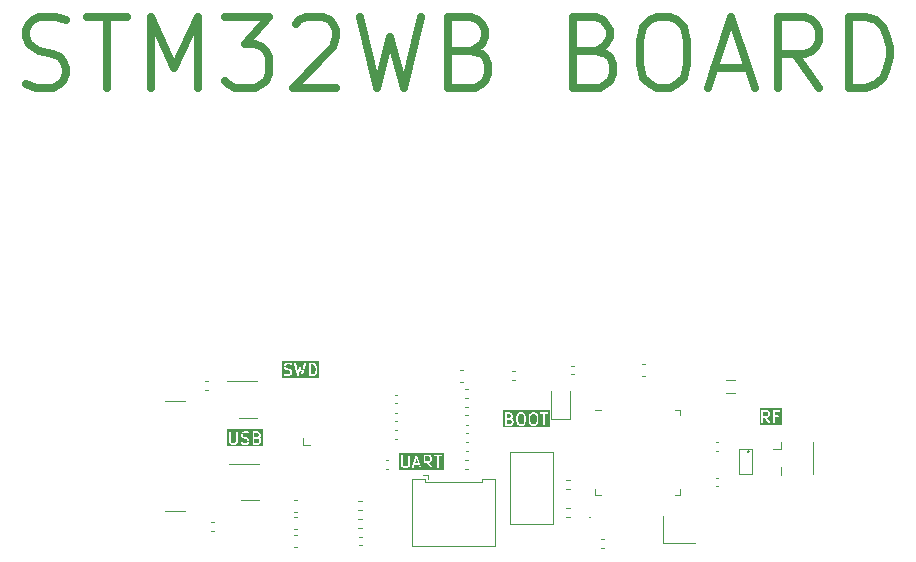
<source format=gbr>
%TF.GenerationSoftware,KiCad,Pcbnew,7.0.10*%
%TF.CreationDate,2024-02-24T19:37:40+01:00*%
%TF.ProjectId,STM32,53544d33-322e-46b6-9963-61645f706362,Rev01*%
%TF.SameCoordinates,Original*%
%TF.FileFunction,Legend,Top*%
%TF.FilePolarity,Positive*%
%FSLAX46Y46*%
G04 Gerber Fmt 4.6, Leading zero omitted, Abs format (unit mm)*
G04 Created by KiCad (PCBNEW 7.0.10) date 2024-02-24 19:37:40*
%MOMM*%
%LPD*%
G01*
G04 APERTURE LIST*
%ADD10C,0.150000*%
%ADD11C,0.700000*%
%ADD12C,0.120000*%
%ADD13C,0.100000*%
G04 APERTURE END LIST*
D10*
G36*
X130772455Y-57459180D02*
G01*
X130798949Y-57485674D01*
X130833207Y-57554190D01*
X130833207Y-57661637D01*
X130798948Y-57730153D01*
X130768541Y-57760561D01*
X130700026Y-57794819D01*
X130411779Y-57794819D01*
X130411779Y-57421009D01*
X130657942Y-57421009D01*
X130772455Y-57459180D01*
G37*
G36*
X130720923Y-56979077D02*
G01*
X130751330Y-57009484D01*
X130785588Y-57078000D01*
X130785588Y-57137828D01*
X130751330Y-57206344D01*
X130720923Y-57236751D01*
X130652407Y-57271009D01*
X130411779Y-57271009D01*
X130411779Y-56944819D01*
X130652407Y-56944819D01*
X130720923Y-56979077D01*
G37*
G36*
X131126064Y-58087676D02*
G01*
X128118922Y-58087676D01*
X128118922Y-57679342D01*
X128261779Y-57679342D01*
X128263312Y-57683555D01*
X128262271Y-57687916D01*
X128269697Y-57712883D01*
X128317316Y-57808121D01*
X128318504Y-57809246D01*
X128331364Y-57827612D01*
X128378983Y-57875232D01*
X128380464Y-57875922D01*
X128398476Y-57889282D01*
X128493714Y-57936901D01*
X128498167Y-57937413D01*
X128501603Y-57940296D01*
X128527255Y-57944819D01*
X128717731Y-57944819D01*
X128721944Y-57943285D01*
X128726305Y-57944327D01*
X128751272Y-57936901D01*
X128846510Y-57889282D01*
X128847634Y-57888094D01*
X128866003Y-57875232D01*
X128913621Y-57827613D01*
X128914311Y-57826131D01*
X128927670Y-57808121D01*
X128975289Y-57712883D01*
X128975801Y-57708429D01*
X128978684Y-57704994D01*
X128983207Y-57679342D01*
X128983207Y-57155533D01*
X129261779Y-57155533D01*
X129263312Y-57159746D01*
X129262271Y-57164107D01*
X129269697Y-57189074D01*
X129317316Y-57284312D01*
X129318505Y-57285437D01*
X129331365Y-57303804D01*
X129378984Y-57351423D01*
X129380465Y-57352114D01*
X129398476Y-57365472D01*
X129493714Y-57413091D01*
X129497242Y-57413497D01*
X129509065Y-57418770D01*
X129691555Y-57464392D01*
X129768542Y-57502886D01*
X129798949Y-57533293D01*
X129833207Y-57601809D01*
X129833207Y-57661637D01*
X129798948Y-57730153D01*
X129768541Y-57760561D01*
X129700026Y-57794819D01*
X129491806Y-57794819D01*
X129360496Y-57751049D01*
X129309212Y-57752450D01*
X129270827Y-57786487D01*
X129263302Y-57837236D01*
X129290157Y-57880948D01*
X129313062Y-57893351D01*
X129455918Y-57940970D01*
X129457553Y-57940925D01*
X129479636Y-57944819D01*
X129717731Y-57944819D01*
X129721944Y-57943285D01*
X129726305Y-57944327D01*
X129751272Y-57936901D01*
X129846510Y-57889282D01*
X129847634Y-57888094D01*
X129866003Y-57875232D01*
X129871416Y-57869819D01*
X130261779Y-57869819D01*
X130268442Y-57888127D01*
X130271827Y-57907319D01*
X130277011Y-57911669D01*
X130279326Y-57918028D01*
X130296199Y-57927770D01*
X130311127Y-57940296D01*
X130320869Y-57942013D01*
X130323755Y-57943680D01*
X130327037Y-57943101D01*
X130336779Y-57944819D01*
X130717731Y-57944819D01*
X130721944Y-57943285D01*
X130726305Y-57944327D01*
X130751272Y-57936901D01*
X130846510Y-57889282D01*
X130847634Y-57888094D01*
X130866003Y-57875232D01*
X130913621Y-57827613D01*
X130914311Y-57826131D01*
X130927670Y-57808121D01*
X130975289Y-57712883D01*
X130975801Y-57708429D01*
X130978684Y-57704994D01*
X130983207Y-57679342D01*
X130983207Y-57536485D01*
X130981673Y-57532271D01*
X130982715Y-57527910D01*
X130975289Y-57502944D01*
X130927670Y-57407706D01*
X130926480Y-57406580D01*
X130913621Y-57388214D01*
X130866002Y-57340595D01*
X130861938Y-57338700D01*
X130859591Y-57334879D01*
X130843590Y-57326215D01*
X130866002Y-57303804D01*
X130866693Y-57302322D01*
X130880051Y-57284312D01*
X130927670Y-57189074D01*
X130928182Y-57184620D01*
X130931065Y-57181185D01*
X130935588Y-57155533D01*
X130935588Y-57060295D01*
X130934054Y-57056081D01*
X130935096Y-57051720D01*
X130927670Y-57026754D01*
X130880051Y-56931516D01*
X130878861Y-56930390D01*
X130866002Y-56912024D01*
X130818383Y-56864405D01*
X130816901Y-56863714D01*
X130798891Y-56850356D01*
X130703653Y-56802737D01*
X130699199Y-56802224D01*
X130695764Y-56799342D01*
X130670112Y-56794819D01*
X130336779Y-56794819D01*
X130318470Y-56801482D01*
X130299279Y-56804867D01*
X130294928Y-56810051D01*
X130288570Y-56812366D01*
X130278827Y-56829239D01*
X130266302Y-56844167D01*
X130264584Y-56853909D01*
X130262918Y-56856795D01*
X130263496Y-56860077D01*
X130261779Y-56869819D01*
X130261779Y-57869819D01*
X129871416Y-57869819D01*
X129913621Y-57827613D01*
X129914311Y-57826131D01*
X129927670Y-57808121D01*
X129975289Y-57712883D01*
X129975801Y-57708429D01*
X129978684Y-57704994D01*
X129983207Y-57679342D01*
X129983207Y-57584104D01*
X129981673Y-57579890D01*
X129982715Y-57575529D01*
X129975289Y-57550563D01*
X129927670Y-57455325D01*
X129926480Y-57454199D01*
X129913621Y-57435833D01*
X129866002Y-57388214D01*
X129864520Y-57387523D01*
X129846510Y-57374165D01*
X129751272Y-57326546D01*
X129747743Y-57326139D01*
X129735921Y-57320867D01*
X129553431Y-57275244D01*
X129476444Y-57236751D01*
X129446037Y-57206344D01*
X129411779Y-57137828D01*
X129411779Y-57078000D01*
X129446037Y-57009484D01*
X129476444Y-56979077D01*
X129544960Y-56944819D01*
X129753180Y-56944819D01*
X129884489Y-56988589D01*
X129935773Y-56987188D01*
X129974159Y-56953150D01*
X129981684Y-56902402D01*
X129954829Y-56858689D01*
X129931924Y-56846287D01*
X129789067Y-56798668D01*
X129787432Y-56798712D01*
X129765350Y-56794819D01*
X129527255Y-56794819D01*
X129523041Y-56796352D01*
X129518680Y-56795311D01*
X129493714Y-56802737D01*
X129398476Y-56850356D01*
X129397350Y-56851545D01*
X129378984Y-56864405D01*
X129331365Y-56912024D01*
X129330674Y-56913505D01*
X129317316Y-56931516D01*
X129269697Y-57026754D01*
X129269184Y-57031207D01*
X129266302Y-57034643D01*
X129261779Y-57060295D01*
X129261779Y-57155533D01*
X128983207Y-57155533D01*
X128983207Y-56869819D01*
X128965660Y-56821610D01*
X128921231Y-56795958D01*
X128870707Y-56804867D01*
X128837730Y-56844167D01*
X128833207Y-56869819D01*
X128833207Y-57661637D01*
X128798948Y-57730153D01*
X128768541Y-57760561D01*
X128700026Y-57794819D01*
X128544960Y-57794819D01*
X128476444Y-57760561D01*
X128446037Y-57730153D01*
X128411779Y-57661637D01*
X128411779Y-56869819D01*
X128394232Y-56821610D01*
X128349803Y-56795958D01*
X128299279Y-56804867D01*
X128266302Y-56844167D01*
X128261779Y-56869819D01*
X128261779Y-57679342D01*
X128118922Y-57679342D01*
X128118922Y-56651962D01*
X131126064Y-56651962D01*
X131126064Y-58087676D01*
G37*
G36*
X135439562Y-51175883D02*
G01*
X135513675Y-51249996D01*
X135552168Y-51326983D01*
X135595552Y-51500517D01*
X135595552Y-51624906D01*
X135552168Y-51798440D01*
X135513674Y-51875427D01*
X135439562Y-51949540D01*
X135325049Y-51987712D01*
X135174124Y-51987712D01*
X135174124Y-51137712D01*
X135325049Y-51137712D01*
X135439562Y-51175883D01*
G37*
G36*
X135888409Y-52280569D02*
G01*
X132738410Y-52280569D01*
X132738410Y-51348426D01*
X132881267Y-51348426D01*
X132882800Y-51352639D01*
X132881759Y-51357000D01*
X132889185Y-51381967D01*
X132936804Y-51477205D01*
X132937993Y-51478330D01*
X132950853Y-51496697D01*
X132998472Y-51544316D01*
X132999953Y-51545007D01*
X133017964Y-51558365D01*
X133113202Y-51605984D01*
X133116730Y-51606390D01*
X133128553Y-51611663D01*
X133311043Y-51657285D01*
X133388030Y-51695779D01*
X133418437Y-51726186D01*
X133452695Y-51794702D01*
X133452695Y-51854530D01*
X133418436Y-51923046D01*
X133388029Y-51953454D01*
X133319514Y-51987712D01*
X133111294Y-51987712D01*
X132979984Y-51943942D01*
X132928700Y-51945343D01*
X132890315Y-51979380D01*
X132882790Y-52030129D01*
X132909645Y-52073841D01*
X132932550Y-52086244D01*
X133075406Y-52133863D01*
X133077041Y-52133818D01*
X133099124Y-52137712D01*
X133337219Y-52137712D01*
X133341432Y-52136178D01*
X133345793Y-52137220D01*
X133370760Y-52129794D01*
X133465998Y-52082175D01*
X133467122Y-52080987D01*
X133485491Y-52068125D01*
X133533109Y-52020506D01*
X133533799Y-52019024D01*
X133547158Y-52001014D01*
X133594777Y-51905776D01*
X133595289Y-51901322D01*
X133598172Y-51897887D01*
X133602695Y-51872235D01*
X133602695Y-51776997D01*
X133601161Y-51772783D01*
X133602203Y-51768422D01*
X133594777Y-51743456D01*
X133547158Y-51648218D01*
X133545968Y-51647092D01*
X133533109Y-51628726D01*
X133485490Y-51581107D01*
X133484008Y-51580416D01*
X133465998Y-51567058D01*
X133370760Y-51519439D01*
X133367231Y-51519032D01*
X133355409Y-51513760D01*
X133172919Y-51468137D01*
X133095932Y-51429644D01*
X133065525Y-51399237D01*
X133031267Y-51330721D01*
X133031267Y-51270893D01*
X133065525Y-51202377D01*
X133095932Y-51171970D01*
X133164448Y-51137712D01*
X133372668Y-51137712D01*
X133503977Y-51181482D01*
X133555261Y-51180081D01*
X133593647Y-51146043D01*
X133601172Y-51095295D01*
X133575852Y-51054081D01*
X133786527Y-51054081D01*
X133788069Y-51080084D01*
X134026164Y-52080084D01*
X134030493Y-52086652D01*
X134031189Y-52094490D01*
X134044249Y-52107519D01*
X134054400Y-52122917D01*
X134061938Y-52125165D01*
X134067509Y-52130723D01*
X134085885Y-52132308D01*
X134103562Y-52137581D01*
X134110784Y-52134456D01*
X134118622Y-52135133D01*
X134133718Y-52124535D01*
X134150648Y-52117212D01*
X134154171Y-52110177D01*
X134160612Y-52105657D01*
X134171592Y-52082037D01*
X134289599Y-51639506D01*
X134407608Y-52082037D01*
X134412113Y-52088488D01*
X134413019Y-52096303D01*
X134426424Y-52108976D01*
X134436985Y-52124097D01*
X134444579Y-52126141D01*
X134450298Y-52131548D01*
X134468711Y-52132639D01*
X134486523Y-52137435D01*
X134493659Y-52134117D01*
X134501512Y-52134583D01*
X134516315Y-52123586D01*
X134533046Y-52115809D01*
X134536380Y-52108680D01*
X134542695Y-52103990D01*
X134553036Y-52080084D01*
X134557172Y-52062712D01*
X135024124Y-52062712D01*
X135030787Y-52081020D01*
X135034172Y-52100212D01*
X135039356Y-52104562D01*
X135041671Y-52110921D01*
X135058544Y-52120663D01*
X135073472Y-52133189D01*
X135083214Y-52134906D01*
X135086100Y-52136573D01*
X135089382Y-52135994D01*
X135099124Y-52137712D01*
X135337219Y-52137712D01*
X135338757Y-52137151D01*
X135360936Y-52133863D01*
X135503793Y-52086244D01*
X135507305Y-52083456D01*
X135511772Y-52083066D01*
X135533109Y-52068126D01*
X135628348Y-51972886D01*
X135629039Y-51971403D01*
X135642396Y-51953395D01*
X135690015Y-51858157D01*
X135690421Y-51854628D01*
X135695694Y-51842806D01*
X135743313Y-51652330D01*
X135742952Y-51648881D01*
X135745552Y-51634140D01*
X135745552Y-51491283D01*
X135744366Y-51488025D01*
X135743313Y-51473093D01*
X135695694Y-51282617D01*
X135693705Y-51279672D01*
X135690015Y-51267266D01*
X135642396Y-51172028D01*
X135641209Y-51170904D01*
X135628347Y-51152536D01*
X135533109Y-51057298D01*
X135529045Y-51055403D01*
X135526698Y-51051582D01*
X135503793Y-51039180D01*
X135360936Y-50991561D01*
X135359301Y-50991605D01*
X135337219Y-50987712D01*
X135099124Y-50987712D01*
X135080815Y-50994375D01*
X135061624Y-50997760D01*
X135057273Y-51002944D01*
X135050915Y-51005259D01*
X135041172Y-51022132D01*
X135028647Y-51037060D01*
X135026929Y-51046802D01*
X135025263Y-51049688D01*
X135025841Y-51052970D01*
X135024124Y-51062712D01*
X135024124Y-52062712D01*
X134557172Y-52062712D01*
X134791132Y-51080084D01*
X134785229Y-51029121D01*
X134747950Y-50993876D01*
X134696736Y-50990841D01*
X134655553Y-51021434D01*
X134645212Y-51045341D01*
X134475959Y-51756196D01*
X134362068Y-51329101D01*
X134358140Y-51323478D01*
X134357535Y-51316648D01*
X134343797Y-51302942D01*
X134332691Y-51287041D01*
X134326072Y-51285258D01*
X134321216Y-51280414D01*
X134301882Y-51278745D01*
X134283153Y-51273703D01*
X134276934Y-51276593D01*
X134270102Y-51276004D01*
X134254222Y-51287151D01*
X134236631Y-51295329D01*
X134233725Y-51301540D01*
X134228112Y-51305481D01*
X134217132Y-51329101D01*
X134103240Y-51756196D01*
X133933989Y-51045340D01*
X133905753Y-51002507D01*
X133856591Y-50987843D01*
X133809505Y-51008212D01*
X133786527Y-51054081D01*
X133575852Y-51054081D01*
X133574317Y-51051582D01*
X133551412Y-51039180D01*
X133408555Y-50991561D01*
X133406920Y-50991605D01*
X133384838Y-50987712D01*
X133146743Y-50987712D01*
X133142529Y-50989245D01*
X133138168Y-50988204D01*
X133113202Y-50995630D01*
X133017964Y-51043249D01*
X133016838Y-51044438D01*
X132998472Y-51057298D01*
X132950853Y-51104917D01*
X132950162Y-51106398D01*
X132936804Y-51124409D01*
X132889185Y-51219647D01*
X132888672Y-51224100D01*
X132885790Y-51227536D01*
X132881267Y-51253188D01*
X132881267Y-51348426D01*
X132738410Y-51348426D01*
X132738410Y-50844855D01*
X135888409Y-50844855D01*
X135888409Y-52280569D01*
G37*
G36*
X144276019Y-59501997D02*
G01*
X144007943Y-59501997D01*
X144141981Y-59099882D01*
X144276019Y-59501997D01*
G37*
G36*
X145240411Y-58971970D02*
G01*
X145270818Y-59002377D01*
X145305076Y-59070893D01*
X145305076Y-59178340D01*
X145270818Y-59246856D01*
X145240411Y-59277263D01*
X145171895Y-59311521D01*
X144883648Y-59311521D01*
X144883648Y-58937712D01*
X145171895Y-58937712D01*
X145240411Y-58971970D01*
G37*
G36*
X146453937Y-60080569D02*
G01*
X142686029Y-60080569D01*
X142686029Y-59672235D01*
X142828886Y-59672235D01*
X142830419Y-59676448D01*
X142829378Y-59680809D01*
X142836804Y-59705776D01*
X142884423Y-59801014D01*
X142885611Y-59802139D01*
X142898471Y-59820505D01*
X142946090Y-59868125D01*
X142947571Y-59868815D01*
X142965583Y-59882175D01*
X143060821Y-59929794D01*
X143065274Y-59930306D01*
X143068710Y-59933189D01*
X143094362Y-59937712D01*
X143284838Y-59937712D01*
X143289051Y-59936178D01*
X143293412Y-59937220D01*
X143318379Y-59929794D01*
X143413617Y-59882175D01*
X143414741Y-59880987D01*
X143433110Y-59868125D01*
X143462239Y-59838995D01*
X143737497Y-59838995D01*
X143738898Y-59890279D01*
X143772935Y-59928664D01*
X143823684Y-59936189D01*
X143867396Y-59909334D01*
X143879799Y-59886429D01*
X143957943Y-59651997D01*
X144326019Y-59651997D01*
X144404163Y-59886429D01*
X144436054Y-59926615D01*
X144486315Y-59936901D01*
X144531429Y-59912472D01*
X144550286Y-59864760D01*
X144549982Y-59862712D01*
X144733648Y-59862712D01*
X144751195Y-59910921D01*
X144795624Y-59936573D01*
X144846148Y-59927664D01*
X144879125Y-59888364D01*
X144883648Y-59862712D01*
X144883648Y-59461521D01*
X145007694Y-59461521D01*
X145318634Y-59905722D01*
X145360655Y-59935154D01*
X145411763Y-59930690D01*
X145448045Y-59894418D01*
X145452524Y-59843311D01*
X145441519Y-59819703D01*
X145190549Y-59461175D01*
X145193813Y-59459987D01*
X145198174Y-59461029D01*
X145223141Y-59453603D01*
X145318379Y-59405984D01*
X145319504Y-59404794D01*
X145337871Y-59391935D01*
X145385490Y-59344316D01*
X145386181Y-59342834D01*
X145399539Y-59324824D01*
X145447158Y-59229586D01*
X145447670Y-59225132D01*
X145450553Y-59221697D01*
X145455076Y-59196045D01*
X145455076Y-59053188D01*
X145453542Y-59048974D01*
X145454584Y-59044613D01*
X145447158Y-59019647D01*
X145399539Y-58924409D01*
X145398349Y-58923283D01*
X145385490Y-58904917D01*
X145337871Y-58857298D01*
X145336389Y-58856607D01*
X145327060Y-58849688D01*
X145591930Y-58849688D01*
X145600839Y-58900212D01*
X145640139Y-58933189D01*
X145665791Y-58937712D01*
X145876505Y-58937712D01*
X145876505Y-59862712D01*
X145894052Y-59910921D01*
X145938481Y-59936573D01*
X145989005Y-59927664D01*
X146021982Y-59888364D01*
X146026505Y-59862712D01*
X146026505Y-58937712D01*
X146237219Y-58937712D01*
X146285428Y-58920165D01*
X146311080Y-58875736D01*
X146302171Y-58825212D01*
X146262871Y-58792235D01*
X146237219Y-58787712D01*
X145665791Y-58787712D01*
X145617582Y-58805259D01*
X145591930Y-58849688D01*
X145327060Y-58849688D01*
X145318379Y-58843249D01*
X145223141Y-58795630D01*
X145218687Y-58795117D01*
X145215252Y-58792235D01*
X145189600Y-58787712D01*
X144808648Y-58787712D01*
X144790339Y-58794375D01*
X144771148Y-58797760D01*
X144766797Y-58802944D01*
X144760439Y-58805259D01*
X144750696Y-58822132D01*
X144738171Y-58837060D01*
X144736453Y-58846802D01*
X144734787Y-58849688D01*
X144735365Y-58852970D01*
X144733648Y-58862712D01*
X144733648Y-59862712D01*
X144549982Y-59862712D01*
X144546465Y-59838995D01*
X144213132Y-58838995D01*
X144211789Y-58837303D01*
X144211731Y-58835146D01*
X144195989Y-58817393D01*
X144181241Y-58798809D01*
X144179126Y-58798376D01*
X144177693Y-58796760D01*
X144154224Y-58793280D01*
X144130980Y-58788523D01*
X144129080Y-58789551D01*
X144126945Y-58789235D01*
X144106727Y-58801655D01*
X144085866Y-58812952D01*
X144085072Y-58814959D01*
X144083232Y-58816090D01*
X144070830Y-58838995D01*
X143737497Y-59838995D01*
X143462239Y-59838995D01*
X143480728Y-59820506D01*
X143481418Y-59819024D01*
X143494777Y-59801014D01*
X143542396Y-59705776D01*
X143542908Y-59701322D01*
X143545791Y-59697887D01*
X143550314Y-59672235D01*
X143550314Y-58862712D01*
X143532767Y-58814503D01*
X143488338Y-58788851D01*
X143437814Y-58797760D01*
X143404837Y-58837060D01*
X143400314Y-58862712D01*
X143400314Y-59654530D01*
X143366055Y-59723046D01*
X143335648Y-59753454D01*
X143267133Y-59787712D01*
X143112067Y-59787712D01*
X143043551Y-59753454D01*
X143013144Y-59723046D01*
X142978886Y-59654530D01*
X142978886Y-58862712D01*
X142961339Y-58814503D01*
X142916910Y-58788851D01*
X142866386Y-58797760D01*
X142833409Y-58837060D01*
X142828886Y-58862712D01*
X142828886Y-59672235D01*
X142686029Y-59672235D01*
X142686029Y-58644855D01*
X146453937Y-58644855D01*
X146453937Y-60080569D01*
G37*
G36*
X152139562Y-55852073D02*
G01*
X152166056Y-55878567D01*
X152200314Y-55947083D01*
X152200314Y-56054530D01*
X152166055Y-56123046D01*
X152135648Y-56153454D01*
X152067133Y-56187712D01*
X151778886Y-56187712D01*
X151778886Y-55813902D01*
X152025049Y-55813902D01*
X152139562Y-55852073D01*
G37*
G36*
X152088030Y-55371970D02*
G01*
X152118437Y-55402377D01*
X152152695Y-55470893D01*
X152152695Y-55530721D01*
X152118437Y-55599237D01*
X152088030Y-55629644D01*
X152019514Y-55663902D01*
X151778886Y-55663902D01*
X151778886Y-55337712D01*
X152019514Y-55337712D01*
X152088030Y-55371970D01*
G37*
G36*
X153135649Y-55371970D02*
G01*
X153207591Y-55443912D01*
X153247933Y-55605279D01*
X153247933Y-55920144D01*
X153207591Y-56081510D01*
X153135648Y-56153454D01*
X153067133Y-56187712D01*
X152912067Y-56187712D01*
X152843551Y-56153454D01*
X152771608Y-56081510D01*
X152731267Y-55920144D01*
X152731267Y-55605279D01*
X152771608Y-55443912D01*
X152843551Y-55371970D01*
X152912067Y-55337712D01*
X153067133Y-55337712D01*
X153135649Y-55371970D01*
G37*
G36*
X154183268Y-55371970D02*
G01*
X154255210Y-55443912D01*
X154295552Y-55605279D01*
X154295552Y-55920144D01*
X154255210Y-56081510D01*
X154183267Y-56153454D01*
X154114752Y-56187712D01*
X153959686Y-56187712D01*
X153891170Y-56153454D01*
X153819227Y-56081510D01*
X153778886Y-55920144D01*
X153778886Y-55605279D01*
X153819227Y-55443912D01*
X153891170Y-55371970D01*
X153959686Y-55337712D01*
X154114752Y-55337712D01*
X154183268Y-55371970D01*
G37*
G36*
X155444413Y-56480569D02*
G01*
X151486029Y-56480569D01*
X151486029Y-56262712D01*
X151628886Y-56262712D01*
X151635549Y-56281020D01*
X151638934Y-56300212D01*
X151644118Y-56304562D01*
X151646433Y-56310921D01*
X151663306Y-56320663D01*
X151678234Y-56333189D01*
X151687976Y-56334906D01*
X151690862Y-56336573D01*
X151694144Y-56335994D01*
X151703886Y-56337712D01*
X152084838Y-56337712D01*
X152089051Y-56336178D01*
X152093412Y-56337220D01*
X152118379Y-56329794D01*
X152213617Y-56282175D01*
X152214741Y-56280987D01*
X152233110Y-56268125D01*
X152280728Y-56220506D01*
X152281418Y-56219024D01*
X152294777Y-56201014D01*
X152342396Y-56105776D01*
X152342908Y-56101322D01*
X152345791Y-56097887D01*
X152350314Y-56072235D01*
X152350314Y-55929378D01*
X152581267Y-55929378D01*
X152582452Y-55932635D01*
X152583506Y-55947568D01*
X152631125Y-56138044D01*
X152635267Y-56144176D01*
X152635912Y-56151550D01*
X152650853Y-56172887D01*
X152746091Y-56268126D01*
X152747573Y-56268817D01*
X152765583Y-56282175D01*
X152860821Y-56329794D01*
X152865274Y-56330306D01*
X152868710Y-56333189D01*
X152894362Y-56337712D01*
X153084838Y-56337712D01*
X153089051Y-56336178D01*
X153093412Y-56337220D01*
X153118379Y-56329794D01*
X153213617Y-56282175D01*
X153214742Y-56280985D01*
X153233109Y-56268126D01*
X153328348Y-56172886D01*
X153331475Y-56166178D01*
X153337465Y-56161833D01*
X153348075Y-56138044D01*
X153395694Y-55947568D01*
X153395333Y-55944119D01*
X153397933Y-55929378D01*
X153628886Y-55929378D01*
X153630071Y-55932635D01*
X153631125Y-55947568D01*
X153678744Y-56138044D01*
X153682886Y-56144176D01*
X153683531Y-56151550D01*
X153698472Y-56172887D01*
X153793710Y-56268126D01*
X153795192Y-56268817D01*
X153813202Y-56282175D01*
X153908440Y-56329794D01*
X153912893Y-56330306D01*
X153916329Y-56333189D01*
X153941981Y-56337712D01*
X154132457Y-56337712D01*
X154136670Y-56336178D01*
X154141031Y-56337220D01*
X154165998Y-56329794D01*
X154261236Y-56282175D01*
X154262361Y-56280985D01*
X154280728Y-56268126D01*
X154375967Y-56172886D01*
X154379094Y-56166178D01*
X154385084Y-56161833D01*
X154395694Y-56138044D01*
X154443313Y-55947568D01*
X154442952Y-55944119D01*
X154445552Y-55929378D01*
X154445552Y-55596045D01*
X154444366Y-55592787D01*
X154443313Y-55577855D01*
X154395694Y-55387379D01*
X154391552Y-55381246D01*
X154390907Y-55373873D01*
X154375966Y-55352536D01*
X154280728Y-55257298D01*
X154279246Y-55256607D01*
X154269917Y-55249688D01*
X154582406Y-55249688D01*
X154591315Y-55300212D01*
X154630615Y-55333189D01*
X154656267Y-55337712D01*
X154866981Y-55337712D01*
X154866981Y-56262712D01*
X154884528Y-56310921D01*
X154928957Y-56336573D01*
X154979481Y-56327664D01*
X155012458Y-56288364D01*
X155016981Y-56262712D01*
X155016981Y-55337712D01*
X155227695Y-55337712D01*
X155275904Y-55320165D01*
X155301556Y-55275736D01*
X155292647Y-55225212D01*
X155253347Y-55192235D01*
X155227695Y-55187712D01*
X154656267Y-55187712D01*
X154608058Y-55205259D01*
X154582406Y-55249688D01*
X154269917Y-55249688D01*
X154261236Y-55243249D01*
X154165998Y-55195630D01*
X154161544Y-55195117D01*
X154158109Y-55192235D01*
X154132457Y-55187712D01*
X153941981Y-55187712D01*
X153937767Y-55189245D01*
X153933406Y-55188204D01*
X153908440Y-55195630D01*
X153813202Y-55243249D01*
X153812078Y-55244435D01*
X153793710Y-55257298D01*
X153698472Y-55352536D01*
X153695344Y-55359243D01*
X153689354Y-55363590D01*
X153678744Y-55387379D01*
X153631125Y-55577855D01*
X153631485Y-55581303D01*
X153628886Y-55596045D01*
X153628886Y-55929378D01*
X153397933Y-55929378D01*
X153397933Y-55596045D01*
X153396747Y-55592787D01*
X153395694Y-55577855D01*
X153348075Y-55387379D01*
X153343933Y-55381246D01*
X153343288Y-55373873D01*
X153328347Y-55352536D01*
X153233109Y-55257298D01*
X153231627Y-55256607D01*
X153213617Y-55243249D01*
X153118379Y-55195630D01*
X153113925Y-55195117D01*
X153110490Y-55192235D01*
X153084838Y-55187712D01*
X152894362Y-55187712D01*
X152890148Y-55189245D01*
X152885787Y-55188204D01*
X152860821Y-55195630D01*
X152765583Y-55243249D01*
X152764459Y-55244435D01*
X152746091Y-55257298D01*
X152650853Y-55352536D01*
X152647725Y-55359243D01*
X152641735Y-55363590D01*
X152631125Y-55387379D01*
X152583506Y-55577855D01*
X152583866Y-55581303D01*
X152581267Y-55596045D01*
X152581267Y-55929378D01*
X152350314Y-55929378D01*
X152348780Y-55925164D01*
X152349822Y-55920803D01*
X152342396Y-55895837D01*
X152294777Y-55800599D01*
X152293587Y-55799473D01*
X152280728Y-55781107D01*
X152233109Y-55733488D01*
X152229045Y-55731593D01*
X152226698Y-55727772D01*
X152210697Y-55719108D01*
X152233109Y-55696697D01*
X152233800Y-55695215D01*
X152247158Y-55677205D01*
X152294777Y-55581967D01*
X152295289Y-55577513D01*
X152298172Y-55574078D01*
X152302695Y-55548426D01*
X152302695Y-55453188D01*
X152301161Y-55448974D01*
X152302203Y-55444613D01*
X152294777Y-55419647D01*
X152247158Y-55324409D01*
X152245968Y-55323283D01*
X152233109Y-55304917D01*
X152185490Y-55257298D01*
X152184008Y-55256607D01*
X152165998Y-55243249D01*
X152070760Y-55195630D01*
X152066306Y-55195117D01*
X152062871Y-55192235D01*
X152037219Y-55187712D01*
X151703886Y-55187712D01*
X151685577Y-55194375D01*
X151666386Y-55197760D01*
X151662035Y-55202944D01*
X151655677Y-55205259D01*
X151645934Y-55222132D01*
X151633409Y-55237060D01*
X151631691Y-55246802D01*
X151630025Y-55249688D01*
X151630603Y-55252970D01*
X151628886Y-55262712D01*
X151628886Y-56262712D01*
X151486029Y-56262712D01*
X151486029Y-55044855D01*
X155444413Y-55044855D01*
X155444413Y-56480569D01*
G37*
G36*
X173835649Y-55171970D02*
G01*
X173866056Y-55202377D01*
X173900314Y-55270893D01*
X173900314Y-55378340D01*
X173866056Y-55446856D01*
X173835649Y-55477263D01*
X173767133Y-55511521D01*
X173478886Y-55511521D01*
X173478886Y-55137712D01*
X173767133Y-55137712D01*
X173835649Y-55171970D01*
G37*
G36*
X175096794Y-56279430D02*
G01*
X173186029Y-56279430D01*
X173186029Y-56062712D01*
X173328886Y-56062712D01*
X173346433Y-56110921D01*
X173390862Y-56136573D01*
X173441386Y-56127664D01*
X173474363Y-56088364D01*
X173478886Y-56062712D01*
X173478886Y-55661521D01*
X173602932Y-55661521D01*
X173913872Y-56105722D01*
X173955893Y-56135154D01*
X174007001Y-56130690D01*
X174043283Y-56094418D01*
X174046062Y-56062712D01*
X174328886Y-56062712D01*
X174346433Y-56110921D01*
X174390862Y-56136573D01*
X174441386Y-56127664D01*
X174474363Y-56088364D01*
X174478886Y-56062712D01*
X174478886Y-55613902D01*
X174737219Y-55613902D01*
X174785428Y-55596355D01*
X174811080Y-55551926D01*
X174802171Y-55501402D01*
X174762871Y-55468425D01*
X174737219Y-55463902D01*
X174478886Y-55463902D01*
X174478886Y-55137712D01*
X174880076Y-55137712D01*
X174928285Y-55120165D01*
X174953937Y-55075736D01*
X174945028Y-55025212D01*
X174905728Y-54992235D01*
X174880076Y-54987712D01*
X174403886Y-54987712D01*
X174385577Y-54994375D01*
X174366386Y-54997760D01*
X174362035Y-55002944D01*
X174355677Y-55005259D01*
X174345934Y-55022132D01*
X174333409Y-55037060D01*
X174331691Y-55046802D01*
X174330025Y-55049688D01*
X174330603Y-55052970D01*
X174328886Y-55062712D01*
X174328886Y-56062712D01*
X174046062Y-56062712D01*
X174047762Y-56043311D01*
X174036757Y-56019703D01*
X173785787Y-55661175D01*
X173789051Y-55659987D01*
X173793412Y-55661029D01*
X173818379Y-55653603D01*
X173913617Y-55605984D01*
X173914742Y-55604794D01*
X173933109Y-55591935D01*
X173980728Y-55544316D01*
X173981419Y-55542834D01*
X173994777Y-55524824D01*
X174042396Y-55429586D01*
X174042908Y-55425132D01*
X174045791Y-55421697D01*
X174050314Y-55396045D01*
X174050314Y-55253188D01*
X174048780Y-55248974D01*
X174049822Y-55244613D01*
X174042396Y-55219647D01*
X173994777Y-55124409D01*
X173993587Y-55123283D01*
X173980728Y-55104917D01*
X173933109Y-55057298D01*
X173931627Y-55056607D01*
X173913617Y-55043249D01*
X173818379Y-54995630D01*
X173813925Y-54995117D01*
X173810490Y-54992235D01*
X173784838Y-54987712D01*
X173403886Y-54987712D01*
X173385577Y-54994375D01*
X173366386Y-54997760D01*
X173362035Y-55002944D01*
X173355677Y-55005259D01*
X173345934Y-55022132D01*
X173333409Y-55037060D01*
X173331691Y-55046802D01*
X173330025Y-55049688D01*
X173330603Y-55052970D01*
X173328886Y-55062712D01*
X173328886Y-56062712D01*
X173186029Y-56062712D01*
X173186029Y-54844855D01*
X175096794Y-54844855D01*
X175096794Y-56279430D01*
G37*
D11*
X111063383Y-27443600D02*
X111920526Y-27729314D01*
X111920526Y-27729314D02*
X113349097Y-27729314D01*
X113349097Y-27729314D02*
X113920526Y-27443600D01*
X113920526Y-27443600D02*
X114206240Y-27157885D01*
X114206240Y-27157885D02*
X114491954Y-26586457D01*
X114491954Y-26586457D02*
X114491954Y-26015028D01*
X114491954Y-26015028D02*
X114206240Y-25443600D01*
X114206240Y-25443600D02*
X113920526Y-25157885D01*
X113920526Y-25157885D02*
X113349097Y-24872171D01*
X113349097Y-24872171D02*
X112206240Y-24586457D01*
X112206240Y-24586457D02*
X111634811Y-24300742D01*
X111634811Y-24300742D02*
X111349097Y-24015028D01*
X111349097Y-24015028D02*
X111063383Y-23443600D01*
X111063383Y-23443600D02*
X111063383Y-22872171D01*
X111063383Y-22872171D02*
X111349097Y-22300742D01*
X111349097Y-22300742D02*
X111634811Y-22015028D01*
X111634811Y-22015028D02*
X112206240Y-21729314D01*
X112206240Y-21729314D02*
X113634811Y-21729314D01*
X113634811Y-21729314D02*
X114491954Y-22015028D01*
X116206240Y-21729314D02*
X119634812Y-21729314D01*
X117920526Y-27729314D02*
X117920526Y-21729314D01*
X121634812Y-27729314D02*
X121634812Y-21729314D01*
X121634812Y-21729314D02*
X123634812Y-26015028D01*
X123634812Y-26015028D02*
X125634812Y-21729314D01*
X125634812Y-21729314D02*
X125634812Y-27729314D01*
X127920526Y-21729314D02*
X131634812Y-21729314D01*
X131634812Y-21729314D02*
X129634812Y-24015028D01*
X129634812Y-24015028D02*
X130491955Y-24015028D01*
X130491955Y-24015028D02*
X131063384Y-24300742D01*
X131063384Y-24300742D02*
X131349098Y-24586457D01*
X131349098Y-24586457D02*
X131634812Y-25157885D01*
X131634812Y-25157885D02*
X131634812Y-26586457D01*
X131634812Y-26586457D02*
X131349098Y-27157885D01*
X131349098Y-27157885D02*
X131063384Y-27443600D01*
X131063384Y-27443600D02*
X130491955Y-27729314D01*
X130491955Y-27729314D02*
X128777669Y-27729314D01*
X128777669Y-27729314D02*
X128206241Y-27443600D01*
X128206241Y-27443600D02*
X127920526Y-27157885D01*
X133920527Y-22300742D02*
X134206241Y-22015028D01*
X134206241Y-22015028D02*
X134777670Y-21729314D01*
X134777670Y-21729314D02*
X136206241Y-21729314D01*
X136206241Y-21729314D02*
X136777670Y-22015028D01*
X136777670Y-22015028D02*
X137063384Y-22300742D01*
X137063384Y-22300742D02*
X137349098Y-22872171D01*
X137349098Y-22872171D02*
X137349098Y-23443600D01*
X137349098Y-23443600D02*
X137063384Y-24300742D01*
X137063384Y-24300742D02*
X133634812Y-27729314D01*
X133634812Y-27729314D02*
X137349098Y-27729314D01*
X139349098Y-21729314D02*
X140777670Y-27729314D01*
X140777670Y-27729314D02*
X141920527Y-23443600D01*
X141920527Y-23443600D02*
X143063384Y-27729314D01*
X143063384Y-27729314D02*
X144491956Y-21729314D01*
X148777670Y-24586457D02*
X149634813Y-24872171D01*
X149634813Y-24872171D02*
X149920527Y-25157885D01*
X149920527Y-25157885D02*
X150206241Y-25729314D01*
X150206241Y-25729314D02*
X150206241Y-26586457D01*
X150206241Y-26586457D02*
X149920527Y-27157885D01*
X149920527Y-27157885D02*
X149634813Y-27443600D01*
X149634813Y-27443600D02*
X149063384Y-27729314D01*
X149063384Y-27729314D02*
X146777670Y-27729314D01*
X146777670Y-27729314D02*
X146777670Y-21729314D01*
X146777670Y-21729314D02*
X148777670Y-21729314D01*
X148777670Y-21729314D02*
X149349099Y-22015028D01*
X149349099Y-22015028D02*
X149634813Y-22300742D01*
X149634813Y-22300742D02*
X149920527Y-22872171D01*
X149920527Y-22872171D02*
X149920527Y-23443600D01*
X149920527Y-23443600D02*
X149634813Y-24015028D01*
X149634813Y-24015028D02*
X149349099Y-24300742D01*
X149349099Y-24300742D02*
X148777670Y-24586457D01*
X148777670Y-24586457D02*
X146777670Y-24586457D01*
X159349099Y-24586457D02*
X160206242Y-24872171D01*
X160206242Y-24872171D02*
X160491956Y-25157885D01*
X160491956Y-25157885D02*
X160777670Y-25729314D01*
X160777670Y-25729314D02*
X160777670Y-26586457D01*
X160777670Y-26586457D02*
X160491956Y-27157885D01*
X160491956Y-27157885D02*
X160206242Y-27443600D01*
X160206242Y-27443600D02*
X159634813Y-27729314D01*
X159634813Y-27729314D02*
X157349099Y-27729314D01*
X157349099Y-27729314D02*
X157349099Y-21729314D01*
X157349099Y-21729314D02*
X159349099Y-21729314D01*
X159349099Y-21729314D02*
X159920528Y-22015028D01*
X159920528Y-22015028D02*
X160206242Y-22300742D01*
X160206242Y-22300742D02*
X160491956Y-22872171D01*
X160491956Y-22872171D02*
X160491956Y-23443600D01*
X160491956Y-23443600D02*
X160206242Y-24015028D01*
X160206242Y-24015028D02*
X159920528Y-24300742D01*
X159920528Y-24300742D02*
X159349099Y-24586457D01*
X159349099Y-24586457D02*
X157349099Y-24586457D01*
X164491956Y-21729314D02*
X165634813Y-21729314D01*
X165634813Y-21729314D02*
X166206242Y-22015028D01*
X166206242Y-22015028D02*
X166777670Y-22586457D01*
X166777670Y-22586457D02*
X167063385Y-23729314D01*
X167063385Y-23729314D02*
X167063385Y-25729314D01*
X167063385Y-25729314D02*
X166777670Y-26872171D01*
X166777670Y-26872171D02*
X166206242Y-27443600D01*
X166206242Y-27443600D02*
X165634813Y-27729314D01*
X165634813Y-27729314D02*
X164491956Y-27729314D01*
X164491956Y-27729314D02*
X163920528Y-27443600D01*
X163920528Y-27443600D02*
X163349099Y-26872171D01*
X163349099Y-26872171D02*
X163063385Y-25729314D01*
X163063385Y-25729314D02*
X163063385Y-23729314D01*
X163063385Y-23729314D02*
X163349099Y-22586457D01*
X163349099Y-22586457D02*
X163920528Y-22015028D01*
X163920528Y-22015028D02*
X164491956Y-21729314D01*
X169349099Y-26015028D02*
X172206242Y-26015028D01*
X168777670Y-27729314D02*
X170777670Y-21729314D01*
X170777670Y-21729314D02*
X172777670Y-27729314D01*
X178206241Y-27729314D02*
X176206241Y-24872171D01*
X174777670Y-27729314D02*
X174777670Y-21729314D01*
X174777670Y-21729314D02*
X177063384Y-21729314D01*
X177063384Y-21729314D02*
X177634813Y-22015028D01*
X177634813Y-22015028D02*
X177920527Y-22300742D01*
X177920527Y-22300742D02*
X178206241Y-22872171D01*
X178206241Y-22872171D02*
X178206241Y-23729314D01*
X178206241Y-23729314D02*
X177920527Y-24300742D01*
X177920527Y-24300742D02*
X177634813Y-24586457D01*
X177634813Y-24586457D02*
X177063384Y-24872171D01*
X177063384Y-24872171D02*
X174777670Y-24872171D01*
X180777670Y-27729314D02*
X180777670Y-21729314D01*
X180777670Y-21729314D02*
X182206241Y-21729314D01*
X182206241Y-21729314D02*
X183063384Y-22015028D01*
X183063384Y-22015028D02*
X183634813Y-22586457D01*
X183634813Y-22586457D02*
X183920527Y-23157885D01*
X183920527Y-23157885D02*
X184206241Y-24300742D01*
X184206241Y-24300742D02*
X184206241Y-25157885D01*
X184206241Y-25157885D02*
X183920527Y-26300742D01*
X183920527Y-26300742D02*
X183634813Y-26872171D01*
X183634813Y-26872171D02*
X183063384Y-27443600D01*
X183063384Y-27443600D02*
X182206241Y-27729314D01*
X182206241Y-27729314D02*
X180777670Y-27729314D01*
D12*
%TO.C,X1*%
X165010000Y-66250000D02*
X167710000Y-66250000D01*
X165010000Y-63950000D02*
X165010000Y-66250000D01*
%TO.C,C17*%
X157252164Y-51960000D02*
X157467836Y-51960000D01*
X157252164Y-51240000D02*
X157467836Y-51240000D01*
%TO.C,R3*%
X160038641Y-65920000D02*
X159731359Y-65920000D01*
X160038641Y-66680000D02*
X159731359Y-66680000D01*
%TO.C,U2*%
X130029607Y-62660000D02*
X130829607Y-62660000D01*
X130029607Y-62660000D02*
X129229607Y-62660000D01*
X130029607Y-59540000D02*
X130829607Y-59540000D01*
X130029607Y-59540000D02*
X128229607Y-59540000D01*
%TO.C,C1*%
X148272164Y-53960000D02*
X148487836Y-53960000D01*
X148272164Y-53240000D02*
X148487836Y-53240000D01*
%TO.C,R2*%
X156806359Y-61680000D02*
X157113641Y-61680000D01*
X156806359Y-60920000D02*
X157113641Y-60920000D01*
%TO.C,C15*%
X169695336Y-57740000D02*
X169479664Y-57740000D01*
X169695336Y-58460000D02*
X169479664Y-58460000D01*
%TO.C,R7*%
X139216359Y-64980000D02*
X139523641Y-64980000D01*
X139216359Y-64220000D02*
X139523641Y-64220000D01*
%TO.C,J3*%
X122867107Y-63562893D02*
X124567107Y-63562893D01*
X122867107Y-54222893D02*
X124567107Y-54222893D01*
%TO.C,C2*%
X148252164Y-55460000D02*
X148467836Y-55460000D01*
X148252164Y-54740000D02*
X148467836Y-54740000D01*
%TO.C,C16*%
X169695336Y-60740000D02*
X169479664Y-60740000D01*
X169695336Y-61460000D02*
X169479664Y-61460000D01*
%TO.C,L2*%
X171136729Y-52432893D02*
X170337485Y-52432893D01*
X171136729Y-53552893D02*
X170337485Y-53552893D01*
%TO.C,C7*%
X147819420Y-52602893D02*
X148100580Y-52602893D01*
X147819420Y-51582893D02*
X148100580Y-51582893D01*
%TO.C,SW1*%
X155710000Y-58540000D02*
X155710000Y-64660000D01*
X152010000Y-58540000D02*
X155710000Y-58540000D01*
X155710000Y-64660000D02*
X152010000Y-64660000D01*
X152010000Y-64660000D02*
X152010000Y-58540000D01*
%TO.C,C4*%
X148292164Y-58460000D02*
X148507836Y-58460000D01*
X148292164Y-57740000D02*
X148507836Y-57740000D01*
D13*
%TO.C,D1*%
X158845000Y-64100000D02*
G75*
G03*
X158745000Y-64100000I-50000J0D01*
G01*
X158745000Y-64100000D02*
G75*
G03*
X158845000Y-64100000I50000J0D01*
G01*
D12*
%TO.C,C9*%
X133719420Y-63610000D02*
X134000580Y-63610000D01*
X133719420Y-62590000D02*
X134000580Y-62590000D01*
%TO.C,C14*%
X163500580Y-51090000D02*
X163219420Y-51090000D01*
X163500580Y-52110000D02*
X163219420Y-52110000D01*
%TO.C,R1*%
X156806359Y-64080000D02*
X157113641Y-64080000D01*
X156806359Y-63320000D02*
X157113641Y-63320000D01*
%TO.C,C6*%
X142494943Y-53732893D02*
X142279271Y-53732893D01*
X142494943Y-54452893D02*
X142279271Y-54452893D01*
%TO.C,R4*%
X126706359Y-64520000D02*
X127013641Y-64520000D01*
X126706359Y-65280000D02*
X127013641Y-65280000D01*
%TO.C,X2*%
X155560000Y-53400000D02*
X155560000Y-55800000D01*
X157160000Y-55800000D02*
X157160000Y-53400000D01*
X155560000Y-55800000D02*
X157160000Y-55800000D01*
%TO.C,C5*%
X148272164Y-59960000D02*
X148487836Y-59960000D01*
X148272164Y-59240000D02*
X148487836Y-59240000D01*
%TO.C,C8*%
X142494943Y-55232893D02*
X142279271Y-55232893D01*
X142494943Y-55952893D02*
X142279271Y-55952893D01*
%TO.C,C18*%
X152467836Y-51725786D02*
X152252164Y-51725786D01*
X152467836Y-52445786D02*
X152252164Y-52445786D01*
%TO.C,J2*%
X174975000Y-57700000D02*
X174975000Y-58340000D01*
X174975000Y-58340000D02*
X174345000Y-58340000D01*
X174975000Y-60500000D02*
X174975000Y-59860000D01*
X177695000Y-57750000D02*
X177695000Y-60450000D01*
%TO.C,U1*%
X129860000Y-55660000D02*
X130660000Y-55660000D01*
X129860000Y-55660000D02*
X129060000Y-55660000D01*
X129860000Y-52540000D02*
X130660000Y-52540000D01*
X129860000Y-52540000D02*
X128060000Y-52540000D01*
%TO.C,U3*%
X166470000Y-62210000D02*
X166470000Y-61735000D01*
X166470000Y-54990000D02*
X166470000Y-55465000D01*
X165995000Y-62210000D02*
X166470000Y-62210000D01*
X165995000Y-54990000D02*
X166470000Y-54990000D01*
X159725000Y-62210000D02*
X159250000Y-62210000D01*
X159725000Y-54990000D02*
X159250000Y-54990000D01*
X159250000Y-62210000D02*
X159250000Y-61735000D01*
%TO.C,C12*%
X142514943Y-56732893D02*
X142299271Y-56732893D01*
X142514943Y-57452893D02*
X142299271Y-57452893D01*
%TO.C,C13*%
X141519271Y-59252893D02*
X141734943Y-59252893D01*
X141519271Y-59972893D02*
X141734943Y-59972893D01*
%TO.C,C10*%
X133719420Y-66610000D02*
X134000580Y-66610000D01*
X133719420Y-65590000D02*
X134000580Y-65590000D01*
%TO.C,R6*%
X139513641Y-62720000D02*
X139206359Y-62720000D01*
X139513641Y-63480000D02*
X139206359Y-63480000D01*
%TO.C,C19*%
X139477836Y-65740000D02*
X139262164Y-65740000D01*
X139477836Y-66460000D02*
X139262164Y-66460000D01*
%TO.C,FLT1*%
D10*
X172285000Y-58550000D02*
G75*
G03*
X172135000Y-58550000I-75000J0D01*
G01*
X172135000Y-58550000D02*
G75*
G03*
X172285000Y-58550000I75000J0D01*
G01*
D13*
X171460000Y-60400000D02*
X171460000Y-58300000D01*
X172510000Y-60400000D02*
X171460000Y-60400000D01*
X172510000Y-58550000D02*
X172510000Y-60400000D01*
X171460000Y-58300000D02*
X172510000Y-58300000D01*
X172510000Y-58300000D02*
X172510000Y-58550000D01*
D12*
%TO.C,J4*%
X135130000Y-58005000D02*
X134495000Y-58005000D01*
X134495000Y-58005000D02*
X134495000Y-57370000D01*
%TO.C,C11*%
X133719420Y-65110000D02*
X134000580Y-65110000D01*
X133719420Y-64090000D02*
X134000580Y-64090000D01*
%TO.C,J1*%
X143782107Y-60832893D02*
X143782107Y-66552893D01*
X143782107Y-66552893D02*
X147267107Y-66552893D01*
X144852107Y-60832893D02*
X143782107Y-60832893D01*
X144852107Y-61132893D02*
X144852107Y-60832893D01*
X145142107Y-60542893D02*
X144642107Y-60542893D01*
X145142107Y-60842893D02*
X145142107Y-60542893D01*
X147267107Y-61132893D02*
X144852107Y-61132893D01*
X147267107Y-61132893D02*
X149682107Y-61132893D01*
X149682107Y-60832893D02*
X150752107Y-60832893D01*
X149682107Y-61132893D02*
X149682107Y-60832893D01*
X150752107Y-60832893D02*
X150752107Y-66552893D01*
X150752107Y-66552893D02*
X147267107Y-66552893D01*
%TO.C,R5*%
X126206359Y-52520000D02*
X126513641Y-52520000D01*
X126206359Y-53280000D02*
X126513641Y-53280000D01*
%TO.C,C3*%
X148292164Y-56960000D02*
X148507836Y-56960000D01*
X148292164Y-56240000D02*
X148507836Y-56240000D01*
%TD*%
M02*

</source>
